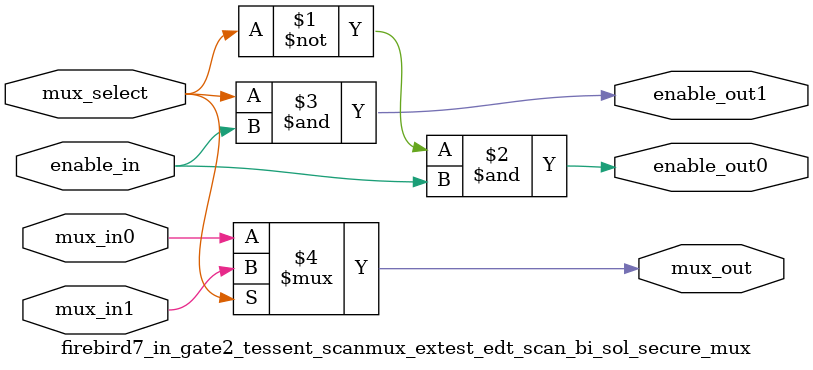
<source format=v>

module firebird7_in_gate2_tessent_scanmux_extest_edt_scan_bi_sol_secure_mux (
  input wire mux_in0,
  input wire mux_in1,
  output wire mux_out,
  input wire mux_select,
  input wire enable_in,
  output wire enable_out0,
  output wire enable_out1
);
  assign enable_out0     = ~mux_select & enable_in;
  assign enable_out1     =  mux_select & enable_in;
 
  assign mux_out         = mux_select ? mux_in1 : mux_in0;
 
endmodule

</source>
